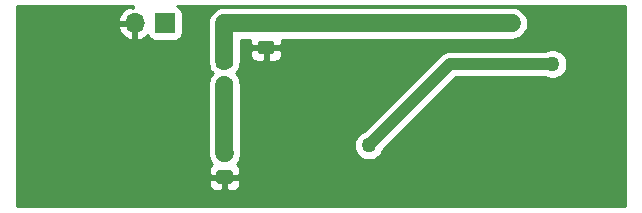
<source format=gbr>
G04 #@! TF.GenerationSoftware,KiCad,Pcbnew,(5.1.5)-3*
G04 #@! TF.CreationDate,2020-02-29T13:01:13-08:00*
G04 #@! TF.ProjectId,PA Rev 3.0,50412052-6576-4203-932e-302e6b696361,rev?*
G04 #@! TF.SameCoordinates,Original*
G04 #@! TF.FileFunction,Copper,L2,Bot*
G04 #@! TF.FilePolarity,Positive*
%FSLAX46Y46*%
G04 Gerber Fmt 4.6, Leading zero omitted, Abs format (unit mm)*
G04 Created by KiCad (PCBNEW (5.1.5)-3) date 2020-02-29 13:01:13*
%MOMM*%
%LPD*%
G04 APERTURE LIST*
%ADD10C,0.100000*%
%ADD11R,1.700000X1.700000*%
%ADD12O,1.700000X1.700000*%
%ADD13C,1.270000*%
%ADD14C,1.016000*%
%ADD15C,1.000000*%
%ADD16C,1.500000*%
%ADD17C,0.254000*%
G04 APERTURE END LIST*
G04 #@! TA.AperFunction,SMDPad,CuDef*
D10*
G36*
X73542685Y-71654804D02*
G01*
X73566953Y-71658404D01*
X73590752Y-71664365D01*
X73613851Y-71672630D01*
X73636030Y-71683120D01*
X73657073Y-71695732D01*
X73676779Y-71710347D01*
X73694957Y-71726823D01*
X73711433Y-71745001D01*
X73726048Y-71764707D01*
X73738660Y-71785750D01*
X73749150Y-71807929D01*
X73757415Y-71831028D01*
X73763376Y-71854827D01*
X73766976Y-71879095D01*
X73768180Y-71903599D01*
X73768180Y-72553601D01*
X73766976Y-72578105D01*
X73763376Y-72602373D01*
X73757415Y-72626172D01*
X73749150Y-72649271D01*
X73738660Y-72671450D01*
X73726048Y-72692493D01*
X73711433Y-72712199D01*
X73694957Y-72730377D01*
X73676779Y-72746853D01*
X73657073Y-72761468D01*
X73636030Y-72774080D01*
X73613851Y-72784570D01*
X73590752Y-72792835D01*
X73566953Y-72798796D01*
X73542685Y-72802396D01*
X73518181Y-72803600D01*
X72618179Y-72803600D01*
X72593675Y-72802396D01*
X72569407Y-72798796D01*
X72545608Y-72792835D01*
X72522509Y-72784570D01*
X72500330Y-72774080D01*
X72479287Y-72761468D01*
X72459581Y-72746853D01*
X72441403Y-72730377D01*
X72424927Y-72712199D01*
X72410312Y-72692493D01*
X72397700Y-72671450D01*
X72387210Y-72649271D01*
X72378945Y-72626172D01*
X72372984Y-72602373D01*
X72369384Y-72578105D01*
X72368180Y-72553601D01*
X72368180Y-71903599D01*
X72369384Y-71879095D01*
X72372984Y-71854827D01*
X72378945Y-71831028D01*
X72387210Y-71807929D01*
X72397700Y-71785750D01*
X72410312Y-71764707D01*
X72424927Y-71745001D01*
X72441403Y-71726823D01*
X72459581Y-71710347D01*
X72479287Y-71695732D01*
X72500330Y-71683120D01*
X72522509Y-71672630D01*
X72545608Y-71664365D01*
X72569407Y-71658404D01*
X72593675Y-71654804D01*
X72618179Y-71653600D01*
X73518181Y-71653600D01*
X73542685Y-71654804D01*
G37*
G04 #@! TD.AperFunction*
G04 #@! TA.AperFunction,SMDPad,CuDef*
G36*
X73542685Y-73704804D02*
G01*
X73566953Y-73708404D01*
X73590752Y-73714365D01*
X73613851Y-73722630D01*
X73636030Y-73733120D01*
X73657073Y-73745732D01*
X73676779Y-73760347D01*
X73694957Y-73776823D01*
X73711433Y-73795001D01*
X73726048Y-73814707D01*
X73738660Y-73835750D01*
X73749150Y-73857929D01*
X73757415Y-73881028D01*
X73763376Y-73904827D01*
X73766976Y-73929095D01*
X73768180Y-73953599D01*
X73768180Y-74603601D01*
X73766976Y-74628105D01*
X73763376Y-74652373D01*
X73757415Y-74676172D01*
X73749150Y-74699271D01*
X73738660Y-74721450D01*
X73726048Y-74742493D01*
X73711433Y-74762199D01*
X73694957Y-74780377D01*
X73676779Y-74796853D01*
X73657073Y-74811468D01*
X73636030Y-74824080D01*
X73613851Y-74834570D01*
X73590752Y-74842835D01*
X73566953Y-74848796D01*
X73542685Y-74852396D01*
X73518181Y-74853600D01*
X72618179Y-74853600D01*
X72593675Y-74852396D01*
X72569407Y-74848796D01*
X72545608Y-74842835D01*
X72522509Y-74834570D01*
X72500330Y-74824080D01*
X72479287Y-74811468D01*
X72459581Y-74796853D01*
X72441403Y-74780377D01*
X72424927Y-74762199D01*
X72410312Y-74742493D01*
X72397700Y-74721450D01*
X72387210Y-74699271D01*
X72378945Y-74676172D01*
X72372984Y-74652373D01*
X72369384Y-74628105D01*
X72368180Y-74603601D01*
X72368180Y-73953599D01*
X72369384Y-73929095D01*
X72372984Y-73904827D01*
X72378945Y-73881028D01*
X72387210Y-73857929D01*
X72397700Y-73835750D01*
X72410312Y-73814707D01*
X72424927Y-73795001D01*
X72441403Y-73776823D01*
X72459581Y-73760347D01*
X72479287Y-73745732D01*
X72500330Y-73733120D01*
X72522509Y-73722630D01*
X72545608Y-73714365D01*
X72569407Y-73708404D01*
X72593675Y-73704804D01*
X72618179Y-73703600D01*
X73518181Y-73703600D01*
X73542685Y-73704804D01*
G37*
G04 #@! TD.AperFunction*
D11*
X64516000Y-72217280D03*
D12*
X61976000Y-72217280D03*
G04 #@! TA.AperFunction,SMDPad,CuDef*
D10*
G36*
X70017165Y-74856364D02*
G01*
X70041433Y-74859964D01*
X70065232Y-74865925D01*
X70088331Y-74874190D01*
X70110510Y-74884680D01*
X70131553Y-74897292D01*
X70151259Y-74911907D01*
X70169437Y-74928383D01*
X70185913Y-74946561D01*
X70200528Y-74966267D01*
X70213140Y-74987310D01*
X70223630Y-75009489D01*
X70231895Y-75032588D01*
X70237856Y-75056387D01*
X70241456Y-75080655D01*
X70242660Y-75105159D01*
X70242660Y-75755161D01*
X70241456Y-75779665D01*
X70237856Y-75803933D01*
X70231895Y-75827732D01*
X70223630Y-75850831D01*
X70213140Y-75873010D01*
X70200528Y-75894053D01*
X70185913Y-75913759D01*
X70169437Y-75931937D01*
X70151259Y-75948413D01*
X70131553Y-75963028D01*
X70110510Y-75975640D01*
X70088331Y-75986130D01*
X70065232Y-75994395D01*
X70041433Y-76000356D01*
X70017165Y-76003956D01*
X69992661Y-76005160D01*
X69092659Y-76005160D01*
X69068155Y-76003956D01*
X69043887Y-76000356D01*
X69020088Y-75994395D01*
X68996989Y-75986130D01*
X68974810Y-75975640D01*
X68953767Y-75963028D01*
X68934061Y-75948413D01*
X68915883Y-75931937D01*
X68899407Y-75913759D01*
X68884792Y-75894053D01*
X68872180Y-75873010D01*
X68861690Y-75850831D01*
X68853425Y-75827732D01*
X68847464Y-75803933D01*
X68843864Y-75779665D01*
X68842660Y-75755161D01*
X68842660Y-75105159D01*
X68843864Y-75080655D01*
X68847464Y-75056387D01*
X68853425Y-75032588D01*
X68861690Y-75009489D01*
X68872180Y-74987310D01*
X68884792Y-74966267D01*
X68899407Y-74946561D01*
X68915883Y-74928383D01*
X68934061Y-74911907D01*
X68953767Y-74897292D01*
X68974810Y-74884680D01*
X68996989Y-74874190D01*
X69020088Y-74865925D01*
X69043887Y-74859964D01*
X69068155Y-74856364D01*
X69092659Y-74855160D01*
X69992661Y-74855160D01*
X70017165Y-74856364D01*
G37*
G04 #@! TD.AperFunction*
G04 #@! TA.AperFunction,SMDPad,CuDef*
G36*
X70017165Y-76906364D02*
G01*
X70041433Y-76909964D01*
X70065232Y-76915925D01*
X70088331Y-76924190D01*
X70110510Y-76934680D01*
X70131553Y-76947292D01*
X70151259Y-76961907D01*
X70169437Y-76978383D01*
X70185913Y-76996561D01*
X70200528Y-77016267D01*
X70213140Y-77037310D01*
X70223630Y-77059489D01*
X70231895Y-77082588D01*
X70237856Y-77106387D01*
X70241456Y-77130655D01*
X70242660Y-77155159D01*
X70242660Y-77805161D01*
X70241456Y-77829665D01*
X70237856Y-77853933D01*
X70231895Y-77877732D01*
X70223630Y-77900831D01*
X70213140Y-77923010D01*
X70200528Y-77944053D01*
X70185913Y-77963759D01*
X70169437Y-77981937D01*
X70151259Y-77998413D01*
X70131553Y-78013028D01*
X70110510Y-78025640D01*
X70088331Y-78036130D01*
X70065232Y-78044395D01*
X70041433Y-78050356D01*
X70017165Y-78053956D01*
X69992661Y-78055160D01*
X69092659Y-78055160D01*
X69068155Y-78053956D01*
X69043887Y-78050356D01*
X69020088Y-78044395D01*
X68996989Y-78036130D01*
X68974810Y-78025640D01*
X68953767Y-78013028D01*
X68934061Y-77998413D01*
X68915883Y-77981937D01*
X68899407Y-77963759D01*
X68884792Y-77944053D01*
X68872180Y-77923010D01*
X68861690Y-77900831D01*
X68853425Y-77877732D01*
X68847464Y-77853933D01*
X68843864Y-77829665D01*
X68842660Y-77805161D01*
X68842660Y-77155159D01*
X68843864Y-77130655D01*
X68847464Y-77106387D01*
X68853425Y-77082588D01*
X68861690Y-77059489D01*
X68872180Y-77037310D01*
X68884792Y-77016267D01*
X68899407Y-76996561D01*
X68915883Y-76978383D01*
X68934061Y-76961907D01*
X68953767Y-76947292D01*
X68974810Y-76934680D01*
X68996989Y-76924190D01*
X69020088Y-76915925D01*
X69043887Y-76909964D01*
X69068155Y-76906364D01*
X69092659Y-76905160D01*
X69992661Y-76905160D01*
X70017165Y-76906364D01*
G37*
G04 #@! TD.AperFunction*
G04 #@! TA.AperFunction,SMDPad,CuDef*
G36*
X70029865Y-84668824D02*
G01*
X70054133Y-84672424D01*
X70077932Y-84678385D01*
X70101031Y-84686650D01*
X70123210Y-84697140D01*
X70144253Y-84709752D01*
X70163959Y-84724367D01*
X70182137Y-84740843D01*
X70198613Y-84759021D01*
X70213228Y-84778727D01*
X70225840Y-84799770D01*
X70236330Y-84821949D01*
X70244595Y-84845048D01*
X70250556Y-84868847D01*
X70254156Y-84893115D01*
X70255360Y-84917619D01*
X70255360Y-85567621D01*
X70254156Y-85592125D01*
X70250556Y-85616393D01*
X70244595Y-85640192D01*
X70236330Y-85663291D01*
X70225840Y-85685470D01*
X70213228Y-85706513D01*
X70198613Y-85726219D01*
X70182137Y-85744397D01*
X70163959Y-85760873D01*
X70144253Y-85775488D01*
X70123210Y-85788100D01*
X70101031Y-85798590D01*
X70077932Y-85806855D01*
X70054133Y-85812816D01*
X70029865Y-85816416D01*
X70005361Y-85817620D01*
X69105359Y-85817620D01*
X69080855Y-85816416D01*
X69056587Y-85812816D01*
X69032788Y-85806855D01*
X69009689Y-85798590D01*
X68987510Y-85788100D01*
X68966467Y-85775488D01*
X68946761Y-85760873D01*
X68928583Y-85744397D01*
X68912107Y-85726219D01*
X68897492Y-85706513D01*
X68884880Y-85685470D01*
X68874390Y-85663291D01*
X68866125Y-85640192D01*
X68860164Y-85616393D01*
X68856564Y-85592125D01*
X68855360Y-85567621D01*
X68855360Y-84917619D01*
X68856564Y-84893115D01*
X68860164Y-84868847D01*
X68866125Y-84845048D01*
X68874390Y-84821949D01*
X68884880Y-84799770D01*
X68897492Y-84778727D01*
X68912107Y-84759021D01*
X68928583Y-84740843D01*
X68946761Y-84724367D01*
X68966467Y-84709752D01*
X68987510Y-84697140D01*
X69009689Y-84686650D01*
X69032788Y-84678385D01*
X69056587Y-84672424D01*
X69080855Y-84668824D01*
X69105359Y-84667620D01*
X70005361Y-84667620D01*
X70029865Y-84668824D01*
G37*
G04 #@! TD.AperFunction*
G04 #@! TA.AperFunction,SMDPad,CuDef*
G36*
X70029865Y-82618824D02*
G01*
X70054133Y-82622424D01*
X70077932Y-82628385D01*
X70101031Y-82636650D01*
X70123210Y-82647140D01*
X70144253Y-82659752D01*
X70163959Y-82674367D01*
X70182137Y-82690843D01*
X70198613Y-82709021D01*
X70213228Y-82728727D01*
X70225840Y-82749770D01*
X70236330Y-82771949D01*
X70244595Y-82795048D01*
X70250556Y-82818847D01*
X70254156Y-82843115D01*
X70255360Y-82867619D01*
X70255360Y-83517621D01*
X70254156Y-83542125D01*
X70250556Y-83566393D01*
X70244595Y-83590192D01*
X70236330Y-83613291D01*
X70225840Y-83635470D01*
X70213228Y-83656513D01*
X70198613Y-83676219D01*
X70182137Y-83694397D01*
X70163959Y-83710873D01*
X70144253Y-83725488D01*
X70123210Y-83738100D01*
X70101031Y-83748590D01*
X70077932Y-83756855D01*
X70054133Y-83762816D01*
X70029865Y-83766416D01*
X70005361Y-83767620D01*
X69105359Y-83767620D01*
X69080855Y-83766416D01*
X69056587Y-83762816D01*
X69032788Y-83756855D01*
X69009689Y-83748590D01*
X68987510Y-83738100D01*
X68966467Y-83725488D01*
X68946761Y-83710873D01*
X68928583Y-83694397D01*
X68912107Y-83676219D01*
X68897492Y-83656513D01*
X68884880Y-83635470D01*
X68874390Y-83613291D01*
X68866125Y-83590192D01*
X68860164Y-83566393D01*
X68856564Y-83542125D01*
X68855360Y-83517621D01*
X68855360Y-82867619D01*
X68856564Y-82843115D01*
X68860164Y-82818847D01*
X68866125Y-82795048D01*
X68874390Y-82771949D01*
X68884880Y-82749770D01*
X68897492Y-82728727D01*
X68912107Y-82709021D01*
X68928583Y-82690843D01*
X68946761Y-82674367D01*
X68966467Y-82659752D01*
X68987510Y-82647140D01*
X69009689Y-82636650D01*
X69032788Y-82628385D01*
X69056587Y-82622424D01*
X69080855Y-82618824D01*
X69105359Y-82617620D01*
X70005361Y-82617620D01*
X70029865Y-82618824D01*
G37*
G04 #@! TD.AperFunction*
D13*
X81780380Y-82562700D03*
X97307400Y-75671680D03*
D14*
X69545200Y-80340200D03*
D13*
X69535040Y-72224900D03*
X93858080Y-72228600D03*
D15*
X81780380Y-82562700D02*
X88671400Y-75671680D01*
X88671400Y-75671680D02*
X97307400Y-75671680D01*
D16*
X69542660Y-80337660D02*
X69545200Y-80340200D01*
X69542660Y-77480160D02*
X69542660Y-80337660D01*
X69545200Y-83182460D02*
X69555360Y-83192620D01*
X69545200Y-80340200D02*
X69545200Y-83182460D01*
X69542660Y-72232520D02*
X69535040Y-72224900D01*
X69542660Y-75430160D02*
X69542660Y-72232520D01*
X69535040Y-72224900D02*
X73064480Y-72224900D01*
X69535040Y-72224900D02*
X69535040Y-72224900D01*
X73068180Y-72228600D02*
X93858080Y-72228600D01*
X93858080Y-72228600D02*
X93858080Y-72228600D01*
D17*
G36*
X61848998Y-70897124D02*
G01*
X61619110Y-70775804D01*
X61471901Y-70820455D01*
X61209080Y-70945639D01*
X60975731Y-71119692D01*
X60780822Y-71335925D01*
X60631843Y-71586028D01*
X60534519Y-71860389D01*
X60655186Y-72090280D01*
X61849000Y-72090280D01*
X61849000Y-72070280D01*
X62103000Y-72070280D01*
X62103000Y-72090280D01*
X62123000Y-72090280D01*
X62123000Y-72344280D01*
X62103000Y-72344280D01*
X62103000Y-73537435D01*
X62332890Y-73658756D01*
X62480099Y-73614105D01*
X62742920Y-73488921D01*
X62976269Y-73314868D01*
X63052034Y-73230814D01*
X63076498Y-73311460D01*
X63135463Y-73421774D01*
X63214815Y-73518465D01*
X63311506Y-73597817D01*
X63421820Y-73656782D01*
X63541518Y-73693092D01*
X63666000Y-73705352D01*
X65366000Y-73705352D01*
X65490482Y-73693092D01*
X65610180Y-73656782D01*
X65720494Y-73597817D01*
X65817185Y-73518465D01*
X65896537Y-73421774D01*
X65955502Y-73311460D01*
X65991812Y-73191762D01*
X66004072Y-73067280D01*
X66004072Y-72224900D01*
X68143339Y-72224900D01*
X68157661Y-72370314D01*
X68157660Y-75498196D01*
X68177700Y-75701666D01*
X68209713Y-75807200D01*
X68221652Y-75928415D01*
X68272188Y-76095011D01*
X68354255Y-76248547D01*
X68464698Y-76383122D01*
X68552476Y-76455160D01*
X68464698Y-76527198D01*
X68354255Y-76661773D01*
X68272188Y-76815309D01*
X68221652Y-76981905D01*
X68209713Y-77103120D01*
X68177700Y-77208654D01*
X68157660Y-77412124D01*
X68157661Y-80269621D01*
X68150960Y-80337660D01*
X68160200Y-80431480D01*
X68160201Y-83114421D01*
X68153500Y-83182460D01*
X68180240Y-83453967D01*
X68225816Y-83604212D01*
X68234352Y-83690875D01*
X68284888Y-83857471D01*
X68366955Y-84011007D01*
X68477398Y-84145582D01*
X68483954Y-84150962D01*
X68404175Y-84216435D01*
X68324823Y-84313126D01*
X68265858Y-84423440D01*
X68229548Y-84543138D01*
X68217288Y-84667620D01*
X68220360Y-84956870D01*
X68379110Y-85115620D01*
X69428360Y-85115620D01*
X69428360Y-85095620D01*
X69682360Y-85095620D01*
X69682360Y-85115620D01*
X70731610Y-85115620D01*
X70890360Y-84956870D01*
X70893432Y-84667620D01*
X70881172Y-84543138D01*
X70844862Y-84423440D01*
X70785897Y-84313126D01*
X70706545Y-84216435D01*
X70626766Y-84150962D01*
X70633322Y-84145582D01*
X70743765Y-84011007D01*
X70825832Y-83857471D01*
X70876368Y-83690875D01*
X70888307Y-83569655D01*
X70920319Y-83464126D01*
X70947060Y-83192619D01*
X70930200Y-83021437D01*
X70930200Y-82437616D01*
X80510380Y-82437616D01*
X80510380Y-82687784D01*
X80559185Y-82933145D01*
X80654921Y-83164271D01*
X80793907Y-83372278D01*
X80970802Y-83549173D01*
X81178809Y-83688159D01*
X81409935Y-83783895D01*
X81655296Y-83832700D01*
X81905464Y-83832700D01*
X82150825Y-83783895D01*
X82381951Y-83688159D01*
X82589958Y-83549173D01*
X82766853Y-83372278D01*
X82905839Y-83164271D01*
X82992035Y-82956176D01*
X89141532Y-76806680D01*
X96728863Y-76806680D01*
X96936955Y-76892875D01*
X97182316Y-76941680D01*
X97432484Y-76941680D01*
X97677845Y-76892875D01*
X97908971Y-76797139D01*
X98116978Y-76658153D01*
X98293873Y-76481258D01*
X98432859Y-76273251D01*
X98528595Y-76042125D01*
X98577400Y-75796764D01*
X98577400Y-75546596D01*
X98528595Y-75301235D01*
X98432859Y-75070109D01*
X98293873Y-74862102D01*
X98116978Y-74685207D01*
X97908971Y-74546221D01*
X97677845Y-74450485D01*
X97432484Y-74401680D01*
X97182316Y-74401680D01*
X96936955Y-74450485D01*
X96728863Y-74536680D01*
X88727151Y-74536680D01*
X88671400Y-74531189D01*
X88615648Y-74536680D01*
X88448901Y-74553103D01*
X88234953Y-74618004D01*
X88037777Y-74723396D01*
X87864951Y-74865231D01*
X87829409Y-74908539D01*
X81386904Y-81351045D01*
X81178809Y-81437241D01*
X80970802Y-81576227D01*
X80793907Y-81753122D01*
X80654921Y-81961129D01*
X80559185Y-82192255D01*
X80510380Y-82437616D01*
X70930200Y-82437616D01*
X70930200Y-80408226D01*
X70936900Y-80340199D01*
X70930200Y-80272173D01*
X70930200Y-80272163D01*
X70927660Y-80246374D01*
X70927660Y-77412123D01*
X70907620Y-77208653D01*
X70875606Y-77103119D01*
X70863668Y-76981905D01*
X70813132Y-76815309D01*
X70731065Y-76661773D01*
X70620622Y-76527198D01*
X70532844Y-76455160D01*
X70620622Y-76383122D01*
X70731065Y-76248547D01*
X70813132Y-76095011D01*
X70863668Y-75928415D01*
X70875606Y-75807201D01*
X70907620Y-75701667D01*
X70927660Y-75498197D01*
X70927660Y-74853600D01*
X71730108Y-74853600D01*
X71742368Y-74978082D01*
X71778678Y-75097780D01*
X71837643Y-75208094D01*
X71916995Y-75304785D01*
X72013686Y-75384137D01*
X72124000Y-75443102D01*
X72243698Y-75479412D01*
X72368180Y-75491672D01*
X72782430Y-75488600D01*
X72941180Y-75329850D01*
X72941180Y-74405600D01*
X73195180Y-74405600D01*
X73195180Y-75329850D01*
X73353930Y-75488600D01*
X73768180Y-75491672D01*
X73892662Y-75479412D01*
X74012360Y-75443102D01*
X74122674Y-75384137D01*
X74219365Y-75304785D01*
X74298717Y-75208094D01*
X74357682Y-75097780D01*
X74393992Y-74978082D01*
X74406252Y-74853600D01*
X74403180Y-74564350D01*
X74244430Y-74405600D01*
X73195180Y-74405600D01*
X72941180Y-74405600D01*
X71891930Y-74405600D01*
X71733180Y-74564350D01*
X71730108Y-74853600D01*
X70927660Y-74853600D01*
X70927660Y-73609900D01*
X71739336Y-73609900D01*
X71730108Y-73703600D01*
X71733180Y-73992850D01*
X71891930Y-74151600D01*
X72941180Y-74151600D01*
X72941180Y-74131600D01*
X73195180Y-74131600D01*
X73195180Y-74151600D01*
X74244430Y-74151600D01*
X74403180Y-73992850D01*
X74406252Y-73703600D01*
X74397388Y-73613600D01*
X93926117Y-73613600D01*
X94129587Y-73593560D01*
X94390661Y-73514364D01*
X94631268Y-73385757D01*
X94842161Y-73212681D01*
X95015237Y-73001788D01*
X95143844Y-72761181D01*
X95223040Y-72500107D01*
X95249781Y-72228600D01*
X95223040Y-71957093D01*
X95143844Y-71696019D01*
X95015237Y-71455412D01*
X94842161Y-71244519D01*
X94631268Y-71071443D01*
X94390661Y-70942836D01*
X94129587Y-70863640D01*
X93926117Y-70843600D01*
X73170084Y-70843600D01*
X73132517Y-70839900D01*
X69603069Y-70839900D01*
X69535040Y-70833200D01*
X69467011Y-70839900D01*
X69467003Y-70839900D01*
X69263533Y-70859940D01*
X69002459Y-70939136D01*
X68761852Y-71067743D01*
X68550959Y-71240819D01*
X68377883Y-71451712D01*
X68249276Y-71692319D01*
X68170080Y-71953393D01*
X68143339Y-72224900D01*
X66004072Y-72224900D01*
X66004072Y-71367280D01*
X65991812Y-71242798D01*
X65955502Y-71123100D01*
X65896537Y-71012786D01*
X65817185Y-70916095D01*
X65720494Y-70836743D01*
X65610180Y-70777778D01*
X65564760Y-70764000D01*
X103480001Y-70764000D01*
X103480000Y-87732000D01*
X51968000Y-87732000D01*
X51968000Y-85817620D01*
X68217288Y-85817620D01*
X68229548Y-85942102D01*
X68265858Y-86061800D01*
X68324823Y-86172114D01*
X68404175Y-86268805D01*
X68500866Y-86348157D01*
X68611180Y-86407122D01*
X68730878Y-86443432D01*
X68855360Y-86455692D01*
X69269610Y-86452620D01*
X69428360Y-86293870D01*
X69428360Y-85369620D01*
X69682360Y-85369620D01*
X69682360Y-86293870D01*
X69841110Y-86452620D01*
X70255360Y-86455692D01*
X70379842Y-86443432D01*
X70499540Y-86407122D01*
X70609854Y-86348157D01*
X70706545Y-86268805D01*
X70785897Y-86172114D01*
X70844862Y-86061800D01*
X70881172Y-85942102D01*
X70893432Y-85817620D01*
X70890360Y-85528370D01*
X70731610Y-85369620D01*
X69682360Y-85369620D01*
X69428360Y-85369620D01*
X68379110Y-85369620D01*
X68220360Y-85528370D01*
X68217288Y-85817620D01*
X51968000Y-85817620D01*
X51968000Y-72574171D01*
X60534519Y-72574171D01*
X60631843Y-72848532D01*
X60780822Y-73098635D01*
X60975731Y-73314868D01*
X61209080Y-73488921D01*
X61471901Y-73614105D01*
X61619110Y-73658756D01*
X61849000Y-73537435D01*
X61849000Y-72344280D01*
X60655186Y-72344280D01*
X60534519Y-72574171D01*
X51968000Y-72574171D01*
X51968000Y-70764000D01*
X61848998Y-70764000D01*
X61848998Y-70897124D01*
G37*
X61848998Y-70897124D02*
X61619110Y-70775804D01*
X61471901Y-70820455D01*
X61209080Y-70945639D01*
X60975731Y-71119692D01*
X60780822Y-71335925D01*
X60631843Y-71586028D01*
X60534519Y-71860389D01*
X60655186Y-72090280D01*
X61849000Y-72090280D01*
X61849000Y-72070280D01*
X62103000Y-72070280D01*
X62103000Y-72090280D01*
X62123000Y-72090280D01*
X62123000Y-72344280D01*
X62103000Y-72344280D01*
X62103000Y-73537435D01*
X62332890Y-73658756D01*
X62480099Y-73614105D01*
X62742920Y-73488921D01*
X62976269Y-73314868D01*
X63052034Y-73230814D01*
X63076498Y-73311460D01*
X63135463Y-73421774D01*
X63214815Y-73518465D01*
X63311506Y-73597817D01*
X63421820Y-73656782D01*
X63541518Y-73693092D01*
X63666000Y-73705352D01*
X65366000Y-73705352D01*
X65490482Y-73693092D01*
X65610180Y-73656782D01*
X65720494Y-73597817D01*
X65817185Y-73518465D01*
X65896537Y-73421774D01*
X65955502Y-73311460D01*
X65991812Y-73191762D01*
X66004072Y-73067280D01*
X66004072Y-72224900D01*
X68143339Y-72224900D01*
X68157661Y-72370314D01*
X68157660Y-75498196D01*
X68177700Y-75701666D01*
X68209713Y-75807200D01*
X68221652Y-75928415D01*
X68272188Y-76095011D01*
X68354255Y-76248547D01*
X68464698Y-76383122D01*
X68552476Y-76455160D01*
X68464698Y-76527198D01*
X68354255Y-76661773D01*
X68272188Y-76815309D01*
X68221652Y-76981905D01*
X68209713Y-77103120D01*
X68177700Y-77208654D01*
X68157660Y-77412124D01*
X68157661Y-80269621D01*
X68150960Y-80337660D01*
X68160200Y-80431480D01*
X68160201Y-83114421D01*
X68153500Y-83182460D01*
X68180240Y-83453967D01*
X68225816Y-83604212D01*
X68234352Y-83690875D01*
X68284888Y-83857471D01*
X68366955Y-84011007D01*
X68477398Y-84145582D01*
X68483954Y-84150962D01*
X68404175Y-84216435D01*
X68324823Y-84313126D01*
X68265858Y-84423440D01*
X68229548Y-84543138D01*
X68217288Y-84667620D01*
X68220360Y-84956870D01*
X68379110Y-85115620D01*
X69428360Y-85115620D01*
X69428360Y-85095620D01*
X69682360Y-85095620D01*
X69682360Y-85115620D01*
X70731610Y-85115620D01*
X70890360Y-84956870D01*
X70893432Y-84667620D01*
X70881172Y-84543138D01*
X70844862Y-84423440D01*
X70785897Y-84313126D01*
X70706545Y-84216435D01*
X70626766Y-84150962D01*
X70633322Y-84145582D01*
X70743765Y-84011007D01*
X70825832Y-83857471D01*
X70876368Y-83690875D01*
X70888307Y-83569655D01*
X70920319Y-83464126D01*
X70947060Y-83192619D01*
X70930200Y-83021437D01*
X70930200Y-82437616D01*
X80510380Y-82437616D01*
X80510380Y-82687784D01*
X80559185Y-82933145D01*
X80654921Y-83164271D01*
X80793907Y-83372278D01*
X80970802Y-83549173D01*
X81178809Y-83688159D01*
X81409935Y-83783895D01*
X81655296Y-83832700D01*
X81905464Y-83832700D01*
X82150825Y-83783895D01*
X82381951Y-83688159D01*
X82589958Y-83549173D01*
X82766853Y-83372278D01*
X82905839Y-83164271D01*
X82992035Y-82956176D01*
X89141532Y-76806680D01*
X96728863Y-76806680D01*
X96936955Y-76892875D01*
X97182316Y-76941680D01*
X97432484Y-76941680D01*
X97677845Y-76892875D01*
X97908971Y-76797139D01*
X98116978Y-76658153D01*
X98293873Y-76481258D01*
X98432859Y-76273251D01*
X98528595Y-76042125D01*
X98577400Y-75796764D01*
X98577400Y-75546596D01*
X98528595Y-75301235D01*
X98432859Y-75070109D01*
X98293873Y-74862102D01*
X98116978Y-74685207D01*
X97908971Y-74546221D01*
X97677845Y-74450485D01*
X97432484Y-74401680D01*
X97182316Y-74401680D01*
X96936955Y-74450485D01*
X96728863Y-74536680D01*
X88727151Y-74536680D01*
X88671400Y-74531189D01*
X88615648Y-74536680D01*
X88448901Y-74553103D01*
X88234953Y-74618004D01*
X88037777Y-74723396D01*
X87864951Y-74865231D01*
X87829409Y-74908539D01*
X81386904Y-81351045D01*
X81178809Y-81437241D01*
X80970802Y-81576227D01*
X80793907Y-81753122D01*
X80654921Y-81961129D01*
X80559185Y-82192255D01*
X80510380Y-82437616D01*
X70930200Y-82437616D01*
X70930200Y-80408226D01*
X70936900Y-80340199D01*
X70930200Y-80272173D01*
X70930200Y-80272163D01*
X70927660Y-80246374D01*
X70927660Y-77412123D01*
X70907620Y-77208653D01*
X70875606Y-77103119D01*
X70863668Y-76981905D01*
X70813132Y-76815309D01*
X70731065Y-76661773D01*
X70620622Y-76527198D01*
X70532844Y-76455160D01*
X70620622Y-76383122D01*
X70731065Y-76248547D01*
X70813132Y-76095011D01*
X70863668Y-75928415D01*
X70875606Y-75807201D01*
X70907620Y-75701667D01*
X70927660Y-75498197D01*
X70927660Y-74853600D01*
X71730108Y-74853600D01*
X71742368Y-74978082D01*
X71778678Y-75097780D01*
X71837643Y-75208094D01*
X71916995Y-75304785D01*
X72013686Y-75384137D01*
X72124000Y-75443102D01*
X72243698Y-75479412D01*
X72368180Y-75491672D01*
X72782430Y-75488600D01*
X72941180Y-75329850D01*
X72941180Y-74405600D01*
X73195180Y-74405600D01*
X73195180Y-75329850D01*
X73353930Y-75488600D01*
X73768180Y-75491672D01*
X73892662Y-75479412D01*
X74012360Y-75443102D01*
X74122674Y-75384137D01*
X74219365Y-75304785D01*
X74298717Y-75208094D01*
X74357682Y-75097780D01*
X74393992Y-74978082D01*
X74406252Y-74853600D01*
X74403180Y-74564350D01*
X74244430Y-74405600D01*
X73195180Y-74405600D01*
X72941180Y-74405600D01*
X71891930Y-74405600D01*
X71733180Y-74564350D01*
X71730108Y-74853600D01*
X70927660Y-74853600D01*
X70927660Y-73609900D01*
X71739336Y-73609900D01*
X71730108Y-73703600D01*
X71733180Y-73992850D01*
X71891930Y-74151600D01*
X72941180Y-74151600D01*
X72941180Y-74131600D01*
X73195180Y-74131600D01*
X73195180Y-74151600D01*
X74244430Y-74151600D01*
X74403180Y-73992850D01*
X74406252Y-73703600D01*
X74397388Y-73613600D01*
X93926117Y-73613600D01*
X94129587Y-73593560D01*
X94390661Y-73514364D01*
X94631268Y-73385757D01*
X94842161Y-73212681D01*
X95015237Y-73001788D01*
X95143844Y-72761181D01*
X95223040Y-72500107D01*
X95249781Y-72228600D01*
X95223040Y-71957093D01*
X95143844Y-71696019D01*
X95015237Y-71455412D01*
X94842161Y-71244519D01*
X94631268Y-71071443D01*
X94390661Y-70942836D01*
X94129587Y-70863640D01*
X93926117Y-70843600D01*
X73170084Y-70843600D01*
X73132517Y-70839900D01*
X69603069Y-70839900D01*
X69535040Y-70833200D01*
X69467011Y-70839900D01*
X69467003Y-70839900D01*
X69263533Y-70859940D01*
X69002459Y-70939136D01*
X68761852Y-71067743D01*
X68550959Y-71240819D01*
X68377883Y-71451712D01*
X68249276Y-71692319D01*
X68170080Y-71953393D01*
X68143339Y-72224900D01*
X66004072Y-72224900D01*
X66004072Y-71367280D01*
X65991812Y-71242798D01*
X65955502Y-71123100D01*
X65896537Y-71012786D01*
X65817185Y-70916095D01*
X65720494Y-70836743D01*
X65610180Y-70777778D01*
X65564760Y-70764000D01*
X103480001Y-70764000D01*
X103480000Y-87732000D01*
X51968000Y-87732000D01*
X51968000Y-85817620D01*
X68217288Y-85817620D01*
X68229548Y-85942102D01*
X68265858Y-86061800D01*
X68324823Y-86172114D01*
X68404175Y-86268805D01*
X68500866Y-86348157D01*
X68611180Y-86407122D01*
X68730878Y-86443432D01*
X68855360Y-86455692D01*
X69269610Y-86452620D01*
X69428360Y-86293870D01*
X69428360Y-85369620D01*
X69682360Y-85369620D01*
X69682360Y-86293870D01*
X69841110Y-86452620D01*
X70255360Y-86455692D01*
X70379842Y-86443432D01*
X70499540Y-86407122D01*
X70609854Y-86348157D01*
X70706545Y-86268805D01*
X70785897Y-86172114D01*
X70844862Y-86061800D01*
X70881172Y-85942102D01*
X70893432Y-85817620D01*
X70890360Y-85528370D01*
X70731610Y-85369620D01*
X69682360Y-85369620D01*
X69428360Y-85369620D01*
X68379110Y-85369620D01*
X68220360Y-85528370D01*
X68217288Y-85817620D01*
X51968000Y-85817620D01*
X51968000Y-72574171D01*
X60534519Y-72574171D01*
X60631843Y-72848532D01*
X60780822Y-73098635D01*
X60975731Y-73314868D01*
X61209080Y-73488921D01*
X61471901Y-73614105D01*
X61619110Y-73658756D01*
X61849000Y-73537435D01*
X61849000Y-72344280D01*
X60655186Y-72344280D01*
X60534519Y-72574171D01*
X51968000Y-72574171D01*
X51968000Y-70764000D01*
X61848998Y-70764000D01*
X61848998Y-70897124D01*
M02*

</source>
